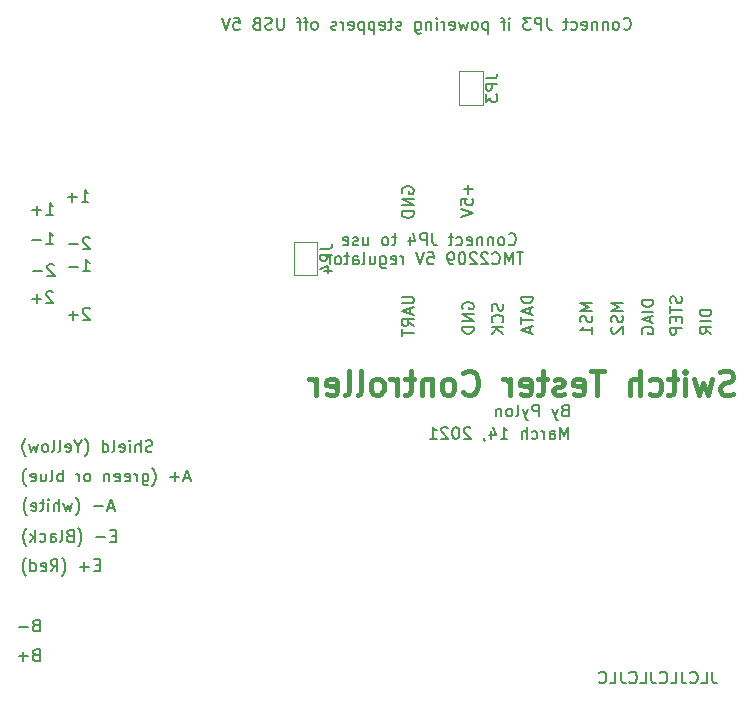
<source format=gbr>
%TF.GenerationSoftware,KiCad,Pcbnew,(5.99.0-9519-ga70106a3bd)*%
%TF.CreationDate,2021-04-17T12:18:36-04:00*%
%TF.ProjectId,Main-PCB,4d61696e-2d50-4434-922e-6b696361645f,rev?*%
%TF.SameCoordinates,Original*%
%TF.FileFunction,Legend,Bot*%
%TF.FilePolarity,Positive*%
%FSLAX46Y46*%
G04 Gerber Fmt 4.6, Leading zero omitted, Abs format (unit mm)*
G04 Created by KiCad (PCBNEW (5.99.0-9519-ga70106a3bd)) date 2021-04-17 12:18:36*
%MOMM*%
%LPD*%
G01*
G04 APERTURE LIST*
%ADD10C,0.150000*%
%ADD11C,0.400000*%
%ADD12C,0.120000*%
G04 APERTURE END LIST*
D10*
X60804761Y-24480952D02*
X60852380Y-24623809D01*
X60852380Y-24861904D01*
X60804761Y-24957142D01*
X60757142Y-25004761D01*
X60661904Y-25052380D01*
X60566666Y-25052380D01*
X60471428Y-25004761D01*
X60423809Y-24957142D01*
X60376190Y-24861904D01*
X60328571Y-24671428D01*
X60280952Y-24576190D01*
X60233333Y-24528571D01*
X60138095Y-24480952D01*
X60042857Y-24480952D01*
X59947619Y-24528571D01*
X59900000Y-24576190D01*
X59852380Y-24671428D01*
X59852380Y-24909523D01*
X59900000Y-25052380D01*
X59852380Y-25338095D02*
X59852380Y-25909523D01*
X60852380Y-25623809D02*
X59852380Y-25623809D01*
X60328571Y-26242857D02*
X60328571Y-26576190D01*
X60852380Y-26719047D02*
X60852380Y-26242857D01*
X59852380Y-26242857D01*
X59852380Y-26719047D01*
X60852380Y-27147619D02*
X59852380Y-27147619D01*
X59852380Y-27528571D01*
X59900000Y-27623809D01*
X59947619Y-27671428D01*
X60042857Y-27719047D01*
X60185714Y-27719047D01*
X60280952Y-27671428D01*
X60328571Y-27623809D01*
X60376190Y-27528571D01*
X60376190Y-27147619D01*
X10133333Y-22352380D02*
X10704761Y-22352380D01*
X10419047Y-22352380D02*
X10419047Y-21352380D01*
X10514285Y-21495238D01*
X10609523Y-21590476D01*
X10704761Y-21638095D01*
X9704761Y-21971428D02*
X8942857Y-21971428D01*
X58452380Y-24771428D02*
X57452380Y-24771428D01*
X57452380Y-25009523D01*
X57500000Y-25152380D01*
X57595238Y-25247619D01*
X57690476Y-25295238D01*
X57880952Y-25342857D01*
X58023809Y-25342857D01*
X58214285Y-25295238D01*
X58309523Y-25247619D01*
X58404761Y-25152380D01*
X58452380Y-25009523D01*
X58452380Y-24771428D01*
X58452380Y-25771428D02*
X57452380Y-25771428D01*
X58166666Y-26200000D02*
X58166666Y-26676190D01*
X58452380Y-26104761D02*
X57452380Y-26438095D01*
X58452380Y-26771428D01*
X57500000Y-27628571D02*
X57452380Y-27533333D01*
X57452380Y-27390476D01*
X57500000Y-27247619D01*
X57595238Y-27152380D01*
X57690476Y-27104761D01*
X57880952Y-27057142D01*
X58023809Y-27057142D01*
X58214285Y-27104761D01*
X58309523Y-27152380D01*
X58404761Y-27247619D01*
X58452380Y-27390476D01*
X58452380Y-27485714D01*
X58404761Y-27628571D01*
X58357142Y-27676190D01*
X58023809Y-27676190D01*
X58023809Y-27485714D01*
X45704761Y-25114285D02*
X45752380Y-25257142D01*
X45752380Y-25495238D01*
X45704761Y-25590476D01*
X45657142Y-25638095D01*
X45561904Y-25685714D01*
X45466666Y-25685714D01*
X45371428Y-25638095D01*
X45323809Y-25590476D01*
X45276190Y-25495238D01*
X45228571Y-25304761D01*
X45180952Y-25209523D01*
X45133333Y-25161904D01*
X45038095Y-25114285D01*
X44942857Y-25114285D01*
X44847619Y-25161904D01*
X44800000Y-25209523D01*
X44752380Y-25304761D01*
X44752380Y-25542857D01*
X44800000Y-25685714D01*
X45657142Y-26685714D02*
X45704761Y-26638095D01*
X45752380Y-26495238D01*
X45752380Y-26400000D01*
X45704761Y-26257142D01*
X45609523Y-26161904D01*
X45514285Y-26114285D01*
X45323809Y-26066666D01*
X45180952Y-26066666D01*
X44990476Y-26114285D01*
X44895238Y-26161904D01*
X44800000Y-26257142D01*
X44752380Y-26400000D01*
X44752380Y-26495238D01*
X44800000Y-26638095D01*
X44847619Y-26685714D01*
X45752380Y-27114285D02*
X44752380Y-27114285D01*
X45752380Y-27685714D02*
X45180952Y-27257142D01*
X44752380Y-27685714D02*
X45323809Y-27114285D01*
X7033333Y-17552380D02*
X7604761Y-17552380D01*
X7319047Y-17552380D02*
X7319047Y-16552380D01*
X7414285Y-16695238D01*
X7509523Y-16790476D01*
X7604761Y-16838095D01*
X6604761Y-17171428D02*
X5842857Y-17171428D01*
X6223809Y-17552380D02*
X6223809Y-16790476D01*
D11*
X65219047Y-32709523D02*
X64933333Y-32804761D01*
X64457142Y-32804761D01*
X64266666Y-32709523D01*
X64171428Y-32614285D01*
X64076190Y-32423809D01*
X64076190Y-32233333D01*
X64171428Y-32042857D01*
X64266666Y-31947619D01*
X64457142Y-31852380D01*
X64838095Y-31757142D01*
X65028571Y-31661904D01*
X65123809Y-31566666D01*
X65219047Y-31376190D01*
X65219047Y-31185714D01*
X65123809Y-30995238D01*
X65028571Y-30900000D01*
X64838095Y-30804761D01*
X64361904Y-30804761D01*
X64076190Y-30900000D01*
X63409523Y-31471428D02*
X63028571Y-32804761D01*
X62647619Y-31852380D01*
X62266666Y-32804761D01*
X61885714Y-31471428D01*
X61123809Y-32804761D02*
X61123809Y-31471428D01*
X61123809Y-30804761D02*
X61219047Y-30900000D01*
X61123809Y-30995238D01*
X61028571Y-30900000D01*
X61123809Y-30804761D01*
X61123809Y-30995238D01*
X60457142Y-31471428D02*
X59695238Y-31471428D01*
X60171428Y-30804761D02*
X60171428Y-32519047D01*
X60076190Y-32709523D01*
X59885714Y-32804761D01*
X59695238Y-32804761D01*
X58171428Y-32709523D02*
X58361904Y-32804761D01*
X58742857Y-32804761D01*
X58933333Y-32709523D01*
X59028571Y-32614285D01*
X59123809Y-32423809D01*
X59123809Y-31852380D01*
X59028571Y-31661904D01*
X58933333Y-31566666D01*
X58742857Y-31471428D01*
X58361904Y-31471428D01*
X58171428Y-31566666D01*
X57314285Y-32804761D02*
X57314285Y-30804761D01*
X56457142Y-32804761D02*
X56457142Y-31757142D01*
X56552380Y-31566666D01*
X56742857Y-31471428D01*
X57028571Y-31471428D01*
X57219047Y-31566666D01*
X57314285Y-31661904D01*
X54266666Y-30804761D02*
X53123809Y-30804761D01*
X53695238Y-32804761D02*
X53695238Y-30804761D01*
X51695238Y-32709523D02*
X51885714Y-32804761D01*
X52266666Y-32804761D01*
X52457142Y-32709523D01*
X52552380Y-32519047D01*
X52552380Y-31757142D01*
X52457142Y-31566666D01*
X52266666Y-31471428D01*
X51885714Y-31471428D01*
X51695238Y-31566666D01*
X51600000Y-31757142D01*
X51600000Y-31947619D01*
X52552380Y-32138095D01*
X50838095Y-32709523D02*
X50647619Y-32804761D01*
X50266666Y-32804761D01*
X50076190Y-32709523D01*
X49980952Y-32519047D01*
X49980952Y-32423809D01*
X50076190Y-32233333D01*
X50266666Y-32138095D01*
X50552380Y-32138095D01*
X50742857Y-32042857D01*
X50838095Y-31852380D01*
X50838095Y-31757142D01*
X50742857Y-31566666D01*
X50552380Y-31471428D01*
X50266666Y-31471428D01*
X50076190Y-31566666D01*
X49409523Y-31471428D02*
X48647619Y-31471428D01*
X49123809Y-30804761D02*
X49123809Y-32519047D01*
X49028571Y-32709523D01*
X48838095Y-32804761D01*
X48647619Y-32804761D01*
X47219047Y-32709523D02*
X47409523Y-32804761D01*
X47790476Y-32804761D01*
X47980952Y-32709523D01*
X48076190Y-32519047D01*
X48076190Y-31757142D01*
X47980952Y-31566666D01*
X47790476Y-31471428D01*
X47409523Y-31471428D01*
X47219047Y-31566666D01*
X47123809Y-31757142D01*
X47123809Y-31947619D01*
X48076190Y-32138095D01*
X46266666Y-32804761D02*
X46266666Y-31471428D01*
X46266666Y-31852380D02*
X46171428Y-31661904D01*
X46076190Y-31566666D01*
X45885714Y-31471428D01*
X45695238Y-31471428D01*
X42361904Y-32614285D02*
X42457142Y-32709523D01*
X42742857Y-32804761D01*
X42933333Y-32804761D01*
X43219047Y-32709523D01*
X43409523Y-32519047D01*
X43504761Y-32328571D01*
X43600000Y-31947619D01*
X43600000Y-31661904D01*
X43504761Y-31280952D01*
X43409523Y-31090476D01*
X43219047Y-30900000D01*
X42933333Y-30804761D01*
X42742857Y-30804761D01*
X42457142Y-30900000D01*
X42361904Y-30995238D01*
X41219047Y-32804761D02*
X41409523Y-32709523D01*
X41504761Y-32614285D01*
X41600000Y-32423809D01*
X41600000Y-31852380D01*
X41504761Y-31661904D01*
X41409523Y-31566666D01*
X41219047Y-31471428D01*
X40933333Y-31471428D01*
X40742857Y-31566666D01*
X40647619Y-31661904D01*
X40552380Y-31852380D01*
X40552380Y-32423809D01*
X40647619Y-32614285D01*
X40742857Y-32709523D01*
X40933333Y-32804761D01*
X41219047Y-32804761D01*
X39695238Y-31471428D02*
X39695238Y-32804761D01*
X39695238Y-31661904D02*
X39600000Y-31566666D01*
X39409523Y-31471428D01*
X39123809Y-31471428D01*
X38933333Y-31566666D01*
X38838095Y-31757142D01*
X38838095Y-32804761D01*
X38171428Y-31471428D02*
X37409523Y-31471428D01*
X37885714Y-30804761D02*
X37885714Y-32519047D01*
X37790476Y-32709523D01*
X37600000Y-32804761D01*
X37409523Y-32804761D01*
X36742857Y-32804761D02*
X36742857Y-31471428D01*
X36742857Y-31852380D02*
X36647619Y-31661904D01*
X36552380Y-31566666D01*
X36361904Y-31471428D01*
X36171428Y-31471428D01*
X35219047Y-32804761D02*
X35409523Y-32709523D01*
X35504761Y-32614285D01*
X35600000Y-32423809D01*
X35600000Y-31852380D01*
X35504761Y-31661904D01*
X35409523Y-31566666D01*
X35219047Y-31471428D01*
X34933333Y-31471428D01*
X34742857Y-31566666D01*
X34647619Y-31661904D01*
X34552380Y-31852380D01*
X34552380Y-32423809D01*
X34647619Y-32614285D01*
X34742857Y-32709523D01*
X34933333Y-32804761D01*
X35219047Y-32804761D01*
X33409523Y-32804761D02*
X33600000Y-32709523D01*
X33695238Y-32519047D01*
X33695238Y-30804761D01*
X32361904Y-32804761D02*
X32552380Y-32709523D01*
X32647619Y-32519047D01*
X32647619Y-30804761D01*
X30838095Y-32709523D02*
X31028571Y-32804761D01*
X31409523Y-32804761D01*
X31600000Y-32709523D01*
X31695238Y-32519047D01*
X31695238Y-31757142D01*
X31600000Y-31566666D01*
X31409523Y-31471428D01*
X31028571Y-31471428D01*
X30838095Y-31566666D01*
X30742857Y-31757142D01*
X30742857Y-31947619D01*
X31695238Y-32138095D01*
X29885714Y-32804761D02*
X29885714Y-31471428D01*
X29885714Y-31852380D02*
X29790476Y-31661904D01*
X29695238Y-31566666D01*
X29504761Y-31471428D01*
X29314285Y-31471428D01*
D10*
X55852380Y-25014285D02*
X54852380Y-25014285D01*
X55566666Y-25347619D01*
X54852380Y-25680952D01*
X55852380Y-25680952D01*
X55804761Y-26109523D02*
X55852380Y-26252380D01*
X55852380Y-26490476D01*
X55804761Y-26585714D01*
X55757142Y-26633333D01*
X55661904Y-26680952D01*
X55566666Y-26680952D01*
X55471428Y-26633333D01*
X55423809Y-26585714D01*
X55376190Y-26490476D01*
X55328571Y-26300000D01*
X55280952Y-26204761D01*
X55233333Y-26157142D01*
X55138095Y-26109523D01*
X55042857Y-26109523D01*
X54947619Y-26157142D01*
X54900000Y-26204761D01*
X54852380Y-26300000D01*
X54852380Y-26538095D01*
X54900000Y-26680952D01*
X54947619Y-27061904D02*
X54900000Y-27109523D01*
X54852380Y-27204761D01*
X54852380Y-27442857D01*
X54900000Y-27538095D01*
X54947619Y-27585714D01*
X55042857Y-27633333D01*
X55138095Y-27633333D01*
X55280952Y-27585714D01*
X55852380Y-27014285D01*
X55852380Y-27633333D01*
X48252380Y-24500000D02*
X47252380Y-24500000D01*
X47252380Y-24738095D01*
X47300000Y-24880952D01*
X47395238Y-24976190D01*
X47490476Y-25023809D01*
X47680952Y-25071428D01*
X47823809Y-25071428D01*
X48014285Y-25023809D01*
X48109523Y-24976190D01*
X48204761Y-24880952D01*
X48252380Y-24738095D01*
X48252380Y-24500000D01*
X47966666Y-25452380D02*
X47966666Y-25928571D01*
X48252380Y-25357142D02*
X47252380Y-25690476D01*
X48252380Y-26023809D01*
X47252380Y-26214285D02*
X47252380Y-26785714D01*
X48252380Y-26500000D02*
X47252380Y-26500000D01*
X47966666Y-27071428D02*
X47966666Y-27547619D01*
X48252380Y-26976190D02*
X47252380Y-27309523D01*
X48252380Y-27642857D01*
X50938095Y-34128571D02*
X50795238Y-34176190D01*
X50747619Y-34223809D01*
X50700000Y-34319047D01*
X50700000Y-34461904D01*
X50747619Y-34557142D01*
X50795238Y-34604761D01*
X50890476Y-34652380D01*
X51271428Y-34652380D01*
X51271428Y-33652380D01*
X50938095Y-33652380D01*
X50842857Y-33700000D01*
X50795238Y-33747619D01*
X50747619Y-33842857D01*
X50747619Y-33938095D01*
X50795238Y-34033333D01*
X50842857Y-34080952D01*
X50938095Y-34128571D01*
X51271428Y-34128571D01*
X50366666Y-33985714D02*
X50128571Y-34652380D01*
X49890476Y-33985714D02*
X50128571Y-34652380D01*
X50223809Y-34890476D01*
X50271428Y-34938095D01*
X50366666Y-34985714D01*
X48747619Y-34652380D02*
X48747619Y-33652380D01*
X48366666Y-33652380D01*
X48271428Y-33700000D01*
X48223809Y-33747619D01*
X48176190Y-33842857D01*
X48176190Y-33985714D01*
X48223809Y-34080952D01*
X48271428Y-34128571D01*
X48366666Y-34176190D01*
X48747619Y-34176190D01*
X47842857Y-33985714D02*
X47604761Y-34652380D01*
X47366666Y-33985714D02*
X47604761Y-34652380D01*
X47700000Y-34890476D01*
X47747619Y-34938095D01*
X47842857Y-34985714D01*
X46842857Y-34652380D02*
X46938095Y-34604761D01*
X46985714Y-34509523D01*
X46985714Y-33652380D01*
X46319047Y-34652380D02*
X46414285Y-34604761D01*
X46461904Y-34557142D01*
X46509523Y-34461904D01*
X46509523Y-34176190D01*
X46461904Y-34080952D01*
X46414285Y-34033333D01*
X46319047Y-33985714D01*
X46176190Y-33985714D01*
X46080952Y-34033333D01*
X46033333Y-34080952D01*
X45985714Y-34176190D01*
X45985714Y-34461904D01*
X46033333Y-34557142D01*
X46080952Y-34604761D01*
X46176190Y-34652380D01*
X46319047Y-34652380D01*
X45557142Y-33985714D02*
X45557142Y-34652380D01*
X45557142Y-34080952D02*
X45509523Y-34033333D01*
X45414285Y-33985714D01*
X45271428Y-33985714D01*
X45176190Y-34033333D01*
X45128571Y-34128571D01*
X45128571Y-34652380D01*
X53252380Y-25014285D02*
X52252380Y-25014285D01*
X52966666Y-25347619D01*
X52252380Y-25680952D01*
X53252380Y-25680952D01*
X53204761Y-26109523D02*
X53252380Y-26252380D01*
X53252380Y-26490476D01*
X53204761Y-26585714D01*
X53157142Y-26633333D01*
X53061904Y-26680952D01*
X52966666Y-26680952D01*
X52871428Y-26633333D01*
X52823809Y-26585714D01*
X52776190Y-26490476D01*
X52728571Y-26300000D01*
X52680952Y-26204761D01*
X52633333Y-26157142D01*
X52538095Y-26109523D01*
X52442857Y-26109523D01*
X52347619Y-26157142D01*
X52300000Y-26204761D01*
X52252380Y-26300000D01*
X52252380Y-26538095D01*
X52300000Y-26680952D01*
X53252380Y-27633333D02*
X53252380Y-27061904D01*
X53252380Y-27347619D02*
X52252380Y-27347619D01*
X52395238Y-27252380D01*
X52490476Y-27157142D01*
X52538095Y-27061904D01*
X10704761Y-25547619D02*
X10657142Y-25500000D01*
X10561904Y-25452380D01*
X10323809Y-25452380D01*
X10228571Y-25500000D01*
X10180952Y-25547619D01*
X10133333Y-25642857D01*
X10133333Y-25738095D01*
X10180952Y-25880952D01*
X10752380Y-26452380D01*
X10133333Y-26452380D01*
X9704761Y-26071428D02*
X8942857Y-26071428D01*
X9323809Y-26452380D02*
X9323809Y-25690476D01*
X46195238Y-20052142D02*
X46242857Y-20099761D01*
X46385714Y-20147380D01*
X46480952Y-20147380D01*
X46623809Y-20099761D01*
X46719047Y-20004523D01*
X46766666Y-19909285D01*
X46814285Y-19718809D01*
X46814285Y-19575952D01*
X46766666Y-19385476D01*
X46719047Y-19290238D01*
X46623809Y-19195000D01*
X46480952Y-19147380D01*
X46385714Y-19147380D01*
X46242857Y-19195000D01*
X46195238Y-19242619D01*
X45623809Y-20147380D02*
X45719047Y-20099761D01*
X45766666Y-20052142D01*
X45814285Y-19956904D01*
X45814285Y-19671190D01*
X45766666Y-19575952D01*
X45719047Y-19528333D01*
X45623809Y-19480714D01*
X45480952Y-19480714D01*
X45385714Y-19528333D01*
X45338095Y-19575952D01*
X45290476Y-19671190D01*
X45290476Y-19956904D01*
X45338095Y-20052142D01*
X45385714Y-20099761D01*
X45480952Y-20147380D01*
X45623809Y-20147380D01*
X44861904Y-19480714D02*
X44861904Y-20147380D01*
X44861904Y-19575952D02*
X44814285Y-19528333D01*
X44719047Y-19480714D01*
X44576190Y-19480714D01*
X44480952Y-19528333D01*
X44433333Y-19623571D01*
X44433333Y-20147380D01*
X43957142Y-19480714D02*
X43957142Y-20147380D01*
X43957142Y-19575952D02*
X43909523Y-19528333D01*
X43814285Y-19480714D01*
X43671428Y-19480714D01*
X43576190Y-19528333D01*
X43528571Y-19623571D01*
X43528571Y-20147380D01*
X42671428Y-20099761D02*
X42766666Y-20147380D01*
X42957142Y-20147380D01*
X43052380Y-20099761D01*
X43100000Y-20004523D01*
X43100000Y-19623571D01*
X43052380Y-19528333D01*
X42957142Y-19480714D01*
X42766666Y-19480714D01*
X42671428Y-19528333D01*
X42623809Y-19623571D01*
X42623809Y-19718809D01*
X43100000Y-19814047D01*
X41766666Y-20099761D02*
X41861904Y-20147380D01*
X42052380Y-20147380D01*
X42147619Y-20099761D01*
X42195238Y-20052142D01*
X42242857Y-19956904D01*
X42242857Y-19671190D01*
X42195238Y-19575952D01*
X42147619Y-19528333D01*
X42052380Y-19480714D01*
X41861904Y-19480714D01*
X41766666Y-19528333D01*
X41480952Y-19480714D02*
X41100000Y-19480714D01*
X41338095Y-19147380D02*
X41338095Y-20004523D01*
X41290476Y-20099761D01*
X41195238Y-20147380D01*
X41100000Y-20147380D01*
X39719047Y-19147380D02*
X39719047Y-19861666D01*
X39766666Y-20004523D01*
X39861904Y-20099761D01*
X40004761Y-20147380D01*
X40100000Y-20147380D01*
X39242857Y-20147380D02*
X39242857Y-19147380D01*
X38861904Y-19147380D01*
X38766666Y-19195000D01*
X38719047Y-19242619D01*
X38671428Y-19337857D01*
X38671428Y-19480714D01*
X38719047Y-19575952D01*
X38766666Y-19623571D01*
X38861904Y-19671190D01*
X39242857Y-19671190D01*
X37814285Y-19480714D02*
X37814285Y-20147380D01*
X38052380Y-19099761D02*
X38290476Y-19814047D01*
X37671428Y-19814047D01*
X36671428Y-19480714D02*
X36290476Y-19480714D01*
X36528571Y-19147380D02*
X36528571Y-20004523D01*
X36480952Y-20099761D01*
X36385714Y-20147380D01*
X36290476Y-20147380D01*
X35814285Y-20147380D02*
X35909523Y-20099761D01*
X35957142Y-20052142D01*
X36004761Y-19956904D01*
X36004761Y-19671190D01*
X35957142Y-19575952D01*
X35909523Y-19528333D01*
X35814285Y-19480714D01*
X35671428Y-19480714D01*
X35576190Y-19528333D01*
X35528571Y-19575952D01*
X35480952Y-19671190D01*
X35480952Y-19956904D01*
X35528571Y-20052142D01*
X35576190Y-20099761D01*
X35671428Y-20147380D01*
X35814285Y-20147380D01*
X33861904Y-19480714D02*
X33861904Y-20147380D01*
X34290476Y-19480714D02*
X34290476Y-20004523D01*
X34242857Y-20099761D01*
X34147619Y-20147380D01*
X34004761Y-20147380D01*
X33909523Y-20099761D01*
X33861904Y-20052142D01*
X33433333Y-20099761D02*
X33338095Y-20147380D01*
X33147619Y-20147380D01*
X33052380Y-20099761D01*
X33004761Y-20004523D01*
X33004761Y-19956904D01*
X33052380Y-19861666D01*
X33147619Y-19814047D01*
X33290476Y-19814047D01*
X33385714Y-19766428D01*
X33433333Y-19671190D01*
X33433333Y-19623571D01*
X33385714Y-19528333D01*
X33290476Y-19480714D01*
X33147619Y-19480714D01*
X33052380Y-19528333D01*
X32195238Y-20099761D02*
X32290476Y-20147380D01*
X32480952Y-20147380D01*
X32576190Y-20099761D01*
X32623809Y-20004523D01*
X32623809Y-19623571D01*
X32576190Y-19528333D01*
X32480952Y-19480714D01*
X32290476Y-19480714D01*
X32195238Y-19528333D01*
X32147619Y-19623571D01*
X32147619Y-19718809D01*
X32623809Y-19814047D01*
X47433333Y-20757380D02*
X46861904Y-20757380D01*
X47147619Y-21757380D02*
X47147619Y-20757380D01*
X46528571Y-21757380D02*
X46528571Y-20757380D01*
X46195238Y-21471666D01*
X45861904Y-20757380D01*
X45861904Y-21757380D01*
X44814285Y-21662142D02*
X44861904Y-21709761D01*
X45004761Y-21757380D01*
X45100000Y-21757380D01*
X45242857Y-21709761D01*
X45338095Y-21614523D01*
X45385714Y-21519285D01*
X45433333Y-21328809D01*
X45433333Y-21185952D01*
X45385714Y-20995476D01*
X45338095Y-20900238D01*
X45242857Y-20805000D01*
X45100000Y-20757380D01*
X45004761Y-20757380D01*
X44861904Y-20805000D01*
X44814285Y-20852619D01*
X44433333Y-20852619D02*
X44385714Y-20805000D01*
X44290476Y-20757380D01*
X44052380Y-20757380D01*
X43957142Y-20805000D01*
X43909523Y-20852619D01*
X43861904Y-20947857D01*
X43861904Y-21043095D01*
X43909523Y-21185952D01*
X44480952Y-21757380D01*
X43861904Y-21757380D01*
X43480952Y-20852619D02*
X43433333Y-20805000D01*
X43338095Y-20757380D01*
X43100000Y-20757380D01*
X43004761Y-20805000D01*
X42957142Y-20852619D01*
X42909523Y-20947857D01*
X42909523Y-21043095D01*
X42957142Y-21185952D01*
X43528571Y-21757380D01*
X42909523Y-21757380D01*
X42290476Y-20757380D02*
X42195238Y-20757380D01*
X42100000Y-20805000D01*
X42052380Y-20852619D01*
X42004761Y-20947857D01*
X41957142Y-21138333D01*
X41957142Y-21376428D01*
X42004761Y-21566904D01*
X42052380Y-21662142D01*
X42100000Y-21709761D01*
X42195238Y-21757380D01*
X42290476Y-21757380D01*
X42385714Y-21709761D01*
X42433333Y-21662142D01*
X42480952Y-21566904D01*
X42528571Y-21376428D01*
X42528571Y-21138333D01*
X42480952Y-20947857D01*
X42433333Y-20852619D01*
X42385714Y-20805000D01*
X42290476Y-20757380D01*
X41480952Y-21757380D02*
X41290476Y-21757380D01*
X41195238Y-21709761D01*
X41147619Y-21662142D01*
X41052380Y-21519285D01*
X41004761Y-21328809D01*
X41004761Y-20947857D01*
X41052380Y-20852619D01*
X41100000Y-20805000D01*
X41195238Y-20757380D01*
X41385714Y-20757380D01*
X41480952Y-20805000D01*
X41528571Y-20852619D01*
X41576190Y-20947857D01*
X41576190Y-21185952D01*
X41528571Y-21281190D01*
X41480952Y-21328809D01*
X41385714Y-21376428D01*
X41195238Y-21376428D01*
X41100000Y-21328809D01*
X41052380Y-21281190D01*
X41004761Y-21185952D01*
X39338095Y-20757380D02*
X39814285Y-20757380D01*
X39861904Y-21233571D01*
X39814285Y-21185952D01*
X39719047Y-21138333D01*
X39480952Y-21138333D01*
X39385714Y-21185952D01*
X39338095Y-21233571D01*
X39290476Y-21328809D01*
X39290476Y-21566904D01*
X39338095Y-21662142D01*
X39385714Y-21709761D01*
X39480952Y-21757380D01*
X39719047Y-21757380D01*
X39814285Y-21709761D01*
X39861904Y-21662142D01*
X39004761Y-20757380D02*
X38671428Y-21757380D01*
X38338095Y-20757380D01*
X37242857Y-21757380D02*
X37242857Y-21090714D01*
X37242857Y-21281190D02*
X37195238Y-21185952D01*
X37147619Y-21138333D01*
X37052380Y-21090714D01*
X36957142Y-21090714D01*
X36242857Y-21709761D02*
X36338095Y-21757380D01*
X36528571Y-21757380D01*
X36623809Y-21709761D01*
X36671428Y-21614523D01*
X36671428Y-21233571D01*
X36623809Y-21138333D01*
X36528571Y-21090714D01*
X36338095Y-21090714D01*
X36242857Y-21138333D01*
X36195238Y-21233571D01*
X36195238Y-21328809D01*
X36671428Y-21424047D01*
X35338095Y-21090714D02*
X35338095Y-21900238D01*
X35385714Y-21995476D01*
X35433333Y-22043095D01*
X35528571Y-22090714D01*
X35671428Y-22090714D01*
X35766666Y-22043095D01*
X35338095Y-21709761D02*
X35433333Y-21757380D01*
X35623809Y-21757380D01*
X35719047Y-21709761D01*
X35766666Y-21662142D01*
X35814285Y-21566904D01*
X35814285Y-21281190D01*
X35766666Y-21185952D01*
X35719047Y-21138333D01*
X35623809Y-21090714D01*
X35433333Y-21090714D01*
X35338095Y-21138333D01*
X34433333Y-21090714D02*
X34433333Y-21757380D01*
X34861904Y-21090714D02*
X34861904Y-21614523D01*
X34814285Y-21709761D01*
X34719047Y-21757380D01*
X34576190Y-21757380D01*
X34480952Y-21709761D01*
X34433333Y-21662142D01*
X33814285Y-21757380D02*
X33909523Y-21709761D01*
X33957142Y-21614523D01*
X33957142Y-20757380D01*
X33004761Y-21757380D02*
X33004761Y-21233571D01*
X33052380Y-21138333D01*
X33147619Y-21090714D01*
X33338095Y-21090714D01*
X33433333Y-21138333D01*
X33004761Y-21709761D02*
X33100000Y-21757380D01*
X33338095Y-21757380D01*
X33433333Y-21709761D01*
X33480952Y-21614523D01*
X33480952Y-21519285D01*
X33433333Y-21424047D01*
X33338095Y-21376428D01*
X33100000Y-21376428D01*
X33004761Y-21328809D01*
X32671428Y-21090714D02*
X32290476Y-21090714D01*
X32528571Y-20757380D02*
X32528571Y-21614523D01*
X32480952Y-21709761D01*
X32385714Y-21757380D01*
X32290476Y-21757380D01*
X31814285Y-21757380D02*
X31909523Y-21709761D01*
X31957142Y-21662142D01*
X32004761Y-21566904D01*
X32004761Y-21281190D01*
X31957142Y-21185952D01*
X31909523Y-21138333D01*
X31814285Y-21090714D01*
X31671428Y-21090714D01*
X31576190Y-21138333D01*
X31528571Y-21185952D01*
X31480952Y-21281190D01*
X31480952Y-21566904D01*
X31528571Y-21662142D01*
X31576190Y-21709761D01*
X31671428Y-21757380D01*
X31814285Y-21757380D01*
X31052380Y-21757380D02*
X31052380Y-21090714D01*
X31052380Y-21281190D02*
X31004761Y-21185952D01*
X30957142Y-21138333D01*
X30861904Y-21090714D01*
X30766666Y-21090714D01*
X37152380Y-24504761D02*
X37961904Y-24504761D01*
X38057142Y-24552380D01*
X38104761Y-24600000D01*
X38152380Y-24695238D01*
X38152380Y-24885714D01*
X38104761Y-24980952D01*
X38057142Y-25028571D01*
X37961904Y-25076190D01*
X37152380Y-25076190D01*
X37866666Y-25504761D02*
X37866666Y-25980952D01*
X38152380Y-25409523D02*
X37152380Y-25742857D01*
X38152380Y-26076190D01*
X38152380Y-26980952D02*
X37676190Y-26647619D01*
X38152380Y-26409523D02*
X37152380Y-26409523D01*
X37152380Y-26790476D01*
X37200000Y-26885714D01*
X37247619Y-26933333D01*
X37342857Y-26980952D01*
X37485714Y-26980952D01*
X37580952Y-26933333D01*
X37628571Y-26885714D01*
X37676190Y-26790476D01*
X37676190Y-26409523D01*
X37152380Y-27266666D02*
X37152380Y-27838095D01*
X38152380Y-27552380D02*
X37152380Y-27552380D01*
X42771428Y-15014285D02*
X42771428Y-15776190D01*
X43152380Y-15395238D02*
X42390476Y-15395238D01*
X42152380Y-16728571D02*
X42152380Y-16252380D01*
X42628571Y-16204761D01*
X42580952Y-16252380D01*
X42533333Y-16347619D01*
X42533333Y-16585714D01*
X42580952Y-16680952D01*
X42628571Y-16728571D01*
X42723809Y-16776190D01*
X42961904Y-16776190D01*
X43057142Y-16728571D01*
X43104761Y-16680952D01*
X43152380Y-16585714D01*
X43152380Y-16347619D01*
X43104761Y-16252380D01*
X43057142Y-16204761D01*
X42152380Y-17061904D02*
X43152380Y-17395238D01*
X42152380Y-17728571D01*
X6147619Y-54828571D02*
X6004761Y-54876190D01*
X5957142Y-54923809D01*
X5909523Y-55019047D01*
X5909523Y-55161904D01*
X5957142Y-55257142D01*
X6004761Y-55304761D01*
X6100000Y-55352380D01*
X6480952Y-55352380D01*
X6480952Y-54352380D01*
X6147619Y-54352380D01*
X6052380Y-54400000D01*
X6004761Y-54447619D01*
X5957142Y-54542857D01*
X5957142Y-54638095D01*
X6004761Y-54733333D01*
X6052380Y-54780952D01*
X6147619Y-54828571D01*
X6480952Y-54828571D01*
X5480952Y-54971428D02*
X4719047Y-54971428D01*
X5100000Y-55352380D02*
X5100000Y-54590476D01*
X63352380Y-25600000D02*
X62352380Y-25600000D01*
X62352380Y-25838095D01*
X62400000Y-25980952D01*
X62495238Y-26076190D01*
X62590476Y-26123809D01*
X62780952Y-26171428D01*
X62923809Y-26171428D01*
X63114285Y-26123809D01*
X63209523Y-26076190D01*
X63304761Y-25980952D01*
X63352380Y-25838095D01*
X63352380Y-25600000D01*
X63352380Y-26600000D02*
X62352380Y-26600000D01*
X63352380Y-27647619D02*
X62876190Y-27314285D01*
X63352380Y-27076190D02*
X62352380Y-27076190D01*
X62352380Y-27457142D01*
X62400000Y-27552380D01*
X62447619Y-27600000D01*
X62542857Y-27647619D01*
X62685714Y-27647619D01*
X62780952Y-27600000D01*
X62828571Y-27552380D01*
X62876190Y-27457142D01*
X62876190Y-27076190D01*
X11561904Y-47228571D02*
X11228571Y-47228571D01*
X11085714Y-47752380D02*
X11561904Y-47752380D01*
X11561904Y-46752380D01*
X11085714Y-46752380D01*
X10657142Y-47371428D02*
X9895238Y-47371428D01*
X10276190Y-47752380D02*
X10276190Y-46990476D01*
X8371428Y-48133333D02*
X8419047Y-48085714D01*
X8514285Y-47942857D01*
X8561904Y-47847619D01*
X8609523Y-47704761D01*
X8657142Y-47466666D01*
X8657142Y-47276190D01*
X8609523Y-47038095D01*
X8561904Y-46895238D01*
X8514285Y-46800000D01*
X8419047Y-46657142D01*
X8371428Y-46609523D01*
X7419047Y-47752380D02*
X7752380Y-47276190D01*
X7990476Y-47752380D02*
X7990476Y-46752380D01*
X7609523Y-46752380D01*
X7514285Y-46800000D01*
X7466666Y-46847619D01*
X7419047Y-46942857D01*
X7419047Y-47085714D01*
X7466666Y-47180952D01*
X7514285Y-47228571D01*
X7609523Y-47276190D01*
X7990476Y-47276190D01*
X6609523Y-47704761D02*
X6704761Y-47752380D01*
X6895238Y-47752380D01*
X6990476Y-47704761D01*
X7038095Y-47609523D01*
X7038095Y-47228571D01*
X6990476Y-47133333D01*
X6895238Y-47085714D01*
X6704761Y-47085714D01*
X6609523Y-47133333D01*
X6561904Y-47228571D01*
X6561904Y-47323809D01*
X7038095Y-47419047D01*
X5704761Y-47752380D02*
X5704761Y-46752380D01*
X5704761Y-47704761D02*
X5799999Y-47752380D01*
X5990476Y-47752380D01*
X6085714Y-47704761D01*
X6133333Y-47657142D01*
X6180952Y-47561904D01*
X6180952Y-47276190D01*
X6133333Y-47180952D01*
X6085714Y-47133333D01*
X5990476Y-47085714D01*
X5799999Y-47085714D01*
X5704761Y-47133333D01*
X5323809Y-48133333D02*
X5276190Y-48085714D01*
X5180952Y-47942857D01*
X5133333Y-47847619D01*
X5085714Y-47704761D01*
X5038095Y-47466666D01*
X5038095Y-47276190D01*
X5085714Y-47038095D01*
X5133333Y-46895238D01*
X5180952Y-46800000D01*
X5276190Y-46657142D01*
X5323809Y-46609523D01*
X19195238Y-39866666D02*
X18719047Y-39866666D01*
X19290476Y-40152380D02*
X18957142Y-39152380D01*
X18623809Y-40152380D01*
X18290476Y-39771428D02*
X17528571Y-39771428D01*
X17909523Y-40152380D02*
X17909523Y-39390476D01*
X16004761Y-40533333D02*
X16052380Y-40485714D01*
X16147619Y-40342857D01*
X16195238Y-40247619D01*
X16242857Y-40104761D01*
X16290476Y-39866666D01*
X16290476Y-39676190D01*
X16242857Y-39438095D01*
X16195238Y-39295238D01*
X16147619Y-39200000D01*
X16052380Y-39057142D01*
X16004761Y-39009523D01*
X15195238Y-39485714D02*
X15195238Y-40295238D01*
X15242857Y-40390476D01*
X15290476Y-40438095D01*
X15385714Y-40485714D01*
X15528571Y-40485714D01*
X15623809Y-40438095D01*
X15195238Y-40104761D02*
X15290476Y-40152380D01*
X15480952Y-40152380D01*
X15576190Y-40104761D01*
X15623809Y-40057142D01*
X15671428Y-39961904D01*
X15671428Y-39676190D01*
X15623809Y-39580952D01*
X15576190Y-39533333D01*
X15480952Y-39485714D01*
X15290476Y-39485714D01*
X15195238Y-39533333D01*
X14719047Y-40152380D02*
X14719047Y-39485714D01*
X14719047Y-39676190D02*
X14671428Y-39580952D01*
X14623809Y-39533333D01*
X14528571Y-39485714D01*
X14433333Y-39485714D01*
X13719047Y-40104761D02*
X13814285Y-40152380D01*
X14004761Y-40152380D01*
X14100000Y-40104761D01*
X14147619Y-40009523D01*
X14147619Y-39628571D01*
X14100000Y-39533333D01*
X14004761Y-39485714D01*
X13814285Y-39485714D01*
X13719047Y-39533333D01*
X13671428Y-39628571D01*
X13671428Y-39723809D01*
X14147619Y-39819047D01*
X12861904Y-40104761D02*
X12957142Y-40152380D01*
X13147619Y-40152380D01*
X13242857Y-40104761D01*
X13290476Y-40009523D01*
X13290476Y-39628571D01*
X13242857Y-39533333D01*
X13147619Y-39485714D01*
X12957142Y-39485714D01*
X12861904Y-39533333D01*
X12814285Y-39628571D01*
X12814285Y-39723809D01*
X13290476Y-39819047D01*
X12385714Y-39485714D02*
X12385714Y-40152380D01*
X12385714Y-39580952D02*
X12338095Y-39533333D01*
X12242857Y-39485714D01*
X12100000Y-39485714D01*
X12004761Y-39533333D01*
X11957142Y-39628571D01*
X11957142Y-40152380D01*
X10576190Y-40152380D02*
X10671428Y-40104761D01*
X10719047Y-40057142D01*
X10766666Y-39961904D01*
X10766666Y-39676190D01*
X10719047Y-39580952D01*
X10671428Y-39533333D01*
X10576190Y-39485714D01*
X10433333Y-39485714D01*
X10338095Y-39533333D01*
X10290476Y-39580952D01*
X10242857Y-39676190D01*
X10242857Y-39961904D01*
X10290476Y-40057142D01*
X10338095Y-40104761D01*
X10433333Y-40152380D01*
X10576190Y-40152380D01*
X9814285Y-40152380D02*
X9814285Y-39485714D01*
X9814285Y-39676190D02*
X9766666Y-39580952D01*
X9719047Y-39533333D01*
X9623809Y-39485714D01*
X9528571Y-39485714D01*
X8433333Y-40152380D02*
X8433333Y-39152380D01*
X8433333Y-39533333D02*
X8338095Y-39485714D01*
X8147619Y-39485714D01*
X8052380Y-39533333D01*
X8004761Y-39580952D01*
X7957142Y-39676190D01*
X7957142Y-39961904D01*
X8004761Y-40057142D01*
X8052380Y-40104761D01*
X8147619Y-40152380D01*
X8338095Y-40152380D01*
X8433333Y-40104761D01*
X7385714Y-40152380D02*
X7480952Y-40104761D01*
X7528571Y-40009523D01*
X7528571Y-39152380D01*
X6576190Y-39485714D02*
X6576190Y-40152380D01*
X7004761Y-39485714D02*
X7004761Y-40009523D01*
X6957142Y-40104761D01*
X6861904Y-40152380D01*
X6719047Y-40152380D01*
X6623809Y-40104761D01*
X6576190Y-40057142D01*
X5719047Y-40104761D02*
X5814285Y-40152380D01*
X6004761Y-40152380D01*
X6100000Y-40104761D01*
X6147619Y-40009523D01*
X6147619Y-39628571D01*
X6100000Y-39533333D01*
X6004761Y-39485714D01*
X5814285Y-39485714D01*
X5719047Y-39533333D01*
X5671428Y-39628571D01*
X5671428Y-39723809D01*
X6147619Y-39819047D01*
X5338095Y-40533333D02*
X5290476Y-40485714D01*
X5195238Y-40342857D01*
X5147619Y-40247619D01*
X5100000Y-40104761D01*
X5052380Y-39866666D01*
X5052380Y-39676190D01*
X5100000Y-39438095D01*
X5147619Y-39295238D01*
X5195238Y-39200000D01*
X5290476Y-39057142D01*
X5338095Y-39009523D01*
X10704761Y-19547619D02*
X10657142Y-19500000D01*
X10561904Y-19452380D01*
X10323809Y-19452380D01*
X10228571Y-19500000D01*
X10180952Y-19547619D01*
X10133333Y-19642857D01*
X10133333Y-19738095D01*
X10180952Y-19880952D01*
X10752380Y-20452380D01*
X10133333Y-20452380D01*
X9704761Y-20071428D02*
X8942857Y-20071428D01*
X12733333Y-42366666D02*
X12257142Y-42366666D01*
X12828571Y-42652380D02*
X12495238Y-41652380D01*
X12161904Y-42652380D01*
X11828571Y-42271428D02*
X11066666Y-42271428D01*
X9542857Y-43033333D02*
X9590476Y-42985714D01*
X9685714Y-42842857D01*
X9733333Y-42747619D01*
X9780952Y-42604761D01*
X9828571Y-42366666D01*
X9828571Y-42176190D01*
X9780952Y-41938095D01*
X9733333Y-41795238D01*
X9685714Y-41700000D01*
X9590476Y-41557142D01*
X9542857Y-41509523D01*
X9257142Y-41985714D02*
X9066666Y-42652380D01*
X8876190Y-42176190D01*
X8685714Y-42652380D01*
X8495238Y-41985714D01*
X8114285Y-42652380D02*
X8114285Y-41652380D01*
X7685714Y-42652380D02*
X7685714Y-42128571D01*
X7733333Y-42033333D01*
X7828571Y-41985714D01*
X7971428Y-41985714D01*
X8066666Y-42033333D01*
X8114285Y-42080952D01*
X7209523Y-42652380D02*
X7209523Y-41985714D01*
X7209523Y-41652380D02*
X7257142Y-41700000D01*
X7209523Y-41747619D01*
X7161904Y-41700000D01*
X7209523Y-41652380D01*
X7209523Y-41747619D01*
X6876190Y-41985714D02*
X6495238Y-41985714D01*
X6733333Y-41652380D02*
X6733333Y-42509523D01*
X6685714Y-42604761D01*
X6590476Y-42652380D01*
X6495238Y-42652380D01*
X5780952Y-42604761D02*
X5876190Y-42652380D01*
X6066666Y-42652380D01*
X6161904Y-42604761D01*
X6209523Y-42509523D01*
X6209523Y-42128571D01*
X6161904Y-42033333D01*
X6066666Y-41985714D01*
X5876190Y-41985714D01*
X5780952Y-42033333D01*
X5733333Y-42128571D01*
X5733333Y-42223809D01*
X6209523Y-42319047D01*
X5399999Y-43033333D02*
X5352380Y-42985714D01*
X5257142Y-42842857D01*
X5209523Y-42747619D01*
X5161904Y-42604761D01*
X5114285Y-42366666D01*
X5114285Y-42176190D01*
X5161904Y-41938095D01*
X5209523Y-41795238D01*
X5257142Y-41700000D01*
X5352380Y-41557142D01*
X5399999Y-41509523D01*
X63419047Y-56252380D02*
X63419047Y-56966666D01*
X63466666Y-57109523D01*
X63561904Y-57204761D01*
X63704761Y-57252380D01*
X63800000Y-57252380D01*
X62466666Y-57252380D02*
X62942857Y-57252380D01*
X62942857Y-56252380D01*
X61561904Y-57157142D02*
X61609523Y-57204761D01*
X61752380Y-57252380D01*
X61847619Y-57252380D01*
X61990476Y-57204761D01*
X62085714Y-57109523D01*
X62133333Y-57014285D01*
X62180952Y-56823809D01*
X62180952Y-56680952D01*
X62133333Y-56490476D01*
X62085714Y-56395238D01*
X61990476Y-56300000D01*
X61847619Y-56252380D01*
X61752380Y-56252380D01*
X61609523Y-56300000D01*
X61561904Y-56347619D01*
X60847619Y-56252380D02*
X60847619Y-56966666D01*
X60895238Y-57109523D01*
X60990476Y-57204761D01*
X61133333Y-57252380D01*
X61228571Y-57252380D01*
X59895238Y-57252380D02*
X60371428Y-57252380D01*
X60371428Y-56252380D01*
X58990476Y-57157142D02*
X59038095Y-57204761D01*
X59180952Y-57252380D01*
X59276190Y-57252380D01*
X59419047Y-57204761D01*
X59514285Y-57109523D01*
X59561904Y-57014285D01*
X59609523Y-56823809D01*
X59609523Y-56680952D01*
X59561904Y-56490476D01*
X59514285Y-56395238D01*
X59419047Y-56300000D01*
X59276190Y-56252380D01*
X59180952Y-56252380D01*
X59038095Y-56300000D01*
X58990476Y-56347619D01*
X58276190Y-56252380D02*
X58276190Y-56966666D01*
X58323809Y-57109523D01*
X58419047Y-57204761D01*
X58561904Y-57252380D01*
X58657142Y-57252380D01*
X57323809Y-57252380D02*
X57800000Y-57252380D01*
X57800000Y-56252380D01*
X56419047Y-57157142D02*
X56466666Y-57204761D01*
X56609523Y-57252380D01*
X56704761Y-57252380D01*
X56847619Y-57204761D01*
X56942857Y-57109523D01*
X56990476Y-57014285D01*
X57038095Y-56823809D01*
X57038095Y-56680952D01*
X56990476Y-56490476D01*
X56942857Y-56395238D01*
X56847619Y-56300000D01*
X56704761Y-56252380D01*
X56609523Y-56252380D01*
X56466666Y-56300000D01*
X56419047Y-56347619D01*
X55704761Y-56252380D02*
X55704761Y-56966666D01*
X55752380Y-57109523D01*
X55847619Y-57204761D01*
X55990476Y-57252380D01*
X56085714Y-57252380D01*
X54752380Y-57252380D02*
X55228571Y-57252380D01*
X55228571Y-56252380D01*
X53847619Y-57157142D02*
X53895238Y-57204761D01*
X54038095Y-57252380D01*
X54133333Y-57252380D01*
X54276190Y-57204761D01*
X54371428Y-57109523D01*
X54419047Y-57014285D01*
X54466666Y-56823809D01*
X54466666Y-56680952D01*
X54419047Y-56490476D01*
X54371428Y-56395238D01*
X54276190Y-56300000D01*
X54133333Y-56252380D01*
X54038095Y-56252380D01*
X53895238Y-56300000D01*
X53847619Y-56347619D01*
X10033333Y-16452380D02*
X10604761Y-16452380D01*
X10319047Y-16452380D02*
X10319047Y-15452380D01*
X10414285Y-15595238D01*
X10509523Y-15690476D01*
X10604761Y-15738095D01*
X9604761Y-16071428D02*
X8842857Y-16071428D01*
X9223809Y-16452380D02*
X9223809Y-15690476D01*
X42300000Y-25538095D02*
X42252380Y-25442857D01*
X42252380Y-25300000D01*
X42300000Y-25157142D01*
X42395238Y-25061904D01*
X42490476Y-25014285D01*
X42680952Y-24966666D01*
X42823809Y-24966666D01*
X43014285Y-25014285D01*
X43109523Y-25061904D01*
X43204761Y-25157142D01*
X43252380Y-25300000D01*
X43252380Y-25395238D01*
X43204761Y-25538095D01*
X43157142Y-25585714D01*
X42823809Y-25585714D01*
X42823809Y-25395238D01*
X43252380Y-26014285D02*
X42252380Y-26014285D01*
X43252380Y-26585714D01*
X42252380Y-26585714D01*
X43252380Y-27061904D02*
X42252380Y-27061904D01*
X42252380Y-27300000D01*
X42300000Y-27442857D01*
X42395238Y-27538095D01*
X42490476Y-27585714D01*
X42680952Y-27633333D01*
X42823809Y-27633333D01*
X43014285Y-27585714D01*
X43109523Y-27538095D01*
X43204761Y-27442857D01*
X43252380Y-27300000D01*
X43252380Y-27061904D01*
X7704761Y-21847619D02*
X7657142Y-21800000D01*
X7561904Y-21752380D01*
X7323809Y-21752380D01*
X7228571Y-21800000D01*
X7180952Y-21847619D01*
X7133333Y-21942857D01*
X7133333Y-22038095D01*
X7180952Y-22180952D01*
X7752380Y-22752380D01*
X7133333Y-22752380D01*
X6704761Y-22371428D02*
X5942857Y-22371428D01*
X16023809Y-37604761D02*
X15880952Y-37652380D01*
X15642857Y-37652380D01*
X15547619Y-37604761D01*
X15500000Y-37557142D01*
X15452380Y-37461904D01*
X15452380Y-37366666D01*
X15500000Y-37271428D01*
X15547619Y-37223809D01*
X15642857Y-37176190D01*
X15833333Y-37128571D01*
X15928571Y-37080952D01*
X15976190Y-37033333D01*
X16023809Y-36938095D01*
X16023809Y-36842857D01*
X15976190Y-36747619D01*
X15928571Y-36700000D01*
X15833333Y-36652380D01*
X15595238Y-36652380D01*
X15452380Y-36700000D01*
X15023809Y-37652380D02*
X15023809Y-36652380D01*
X14595238Y-37652380D02*
X14595238Y-37128571D01*
X14642857Y-37033333D01*
X14738095Y-36985714D01*
X14880952Y-36985714D01*
X14976190Y-37033333D01*
X15023809Y-37080952D01*
X14119047Y-37652380D02*
X14119047Y-36985714D01*
X14119047Y-36652380D02*
X14166666Y-36700000D01*
X14119047Y-36747619D01*
X14071428Y-36700000D01*
X14119047Y-36652380D01*
X14119047Y-36747619D01*
X13261904Y-37604761D02*
X13357142Y-37652380D01*
X13547619Y-37652380D01*
X13642857Y-37604761D01*
X13690476Y-37509523D01*
X13690476Y-37128571D01*
X13642857Y-37033333D01*
X13547619Y-36985714D01*
X13357142Y-36985714D01*
X13261904Y-37033333D01*
X13214285Y-37128571D01*
X13214285Y-37223809D01*
X13690476Y-37319047D01*
X12642857Y-37652380D02*
X12738095Y-37604761D01*
X12785714Y-37509523D01*
X12785714Y-36652380D01*
X11833333Y-37652380D02*
X11833333Y-36652380D01*
X11833333Y-37604761D02*
X11928571Y-37652380D01*
X12119047Y-37652380D01*
X12214285Y-37604761D01*
X12261904Y-37557142D01*
X12309523Y-37461904D01*
X12309523Y-37176190D01*
X12261904Y-37080952D01*
X12214285Y-37033333D01*
X12119047Y-36985714D01*
X11928571Y-36985714D01*
X11833333Y-37033333D01*
X10309523Y-38033333D02*
X10357142Y-37985714D01*
X10452380Y-37842857D01*
X10500000Y-37747619D01*
X10547619Y-37604761D01*
X10595238Y-37366666D01*
X10595238Y-37176190D01*
X10547619Y-36938095D01*
X10500000Y-36795238D01*
X10452380Y-36700000D01*
X10357142Y-36557142D01*
X10309523Y-36509523D01*
X9738095Y-37176190D02*
X9738095Y-37652380D01*
X10071428Y-36652380D02*
X9738095Y-37176190D01*
X9404761Y-36652380D01*
X8690476Y-37604761D02*
X8785714Y-37652380D01*
X8976190Y-37652380D01*
X9071428Y-37604761D01*
X9119047Y-37509523D01*
X9119047Y-37128571D01*
X9071428Y-37033333D01*
X8976190Y-36985714D01*
X8785714Y-36985714D01*
X8690476Y-37033333D01*
X8642857Y-37128571D01*
X8642857Y-37223809D01*
X9119047Y-37319047D01*
X8071428Y-37652380D02*
X8166666Y-37604761D01*
X8214285Y-37509523D01*
X8214285Y-36652380D01*
X7547619Y-37652380D02*
X7642857Y-37604761D01*
X7690476Y-37509523D01*
X7690476Y-36652380D01*
X7023809Y-37652380D02*
X7119047Y-37604761D01*
X7166666Y-37557142D01*
X7214285Y-37461904D01*
X7214285Y-37176190D01*
X7166666Y-37080952D01*
X7119047Y-37033333D01*
X7023809Y-36985714D01*
X6880952Y-36985714D01*
X6785714Y-37033333D01*
X6738095Y-37080952D01*
X6690476Y-37176190D01*
X6690476Y-37461904D01*
X6738095Y-37557142D01*
X6785714Y-37604761D01*
X6880952Y-37652380D01*
X7023809Y-37652380D01*
X6357142Y-36985714D02*
X6166666Y-37652380D01*
X5976190Y-37176190D01*
X5785714Y-37652380D01*
X5595238Y-36985714D01*
X5309523Y-38033333D02*
X5261904Y-37985714D01*
X5166666Y-37842857D01*
X5119047Y-37747619D01*
X5071428Y-37604761D01*
X5023809Y-37366666D01*
X5023809Y-37176190D01*
X5071428Y-36938095D01*
X5119047Y-36795238D01*
X5166666Y-36700000D01*
X5261904Y-36557142D01*
X5309523Y-36509523D01*
X37200000Y-15738095D02*
X37152380Y-15642857D01*
X37152380Y-15500000D01*
X37200000Y-15357142D01*
X37295238Y-15261904D01*
X37390476Y-15214285D01*
X37580952Y-15166666D01*
X37723809Y-15166666D01*
X37914285Y-15214285D01*
X38009523Y-15261904D01*
X38104761Y-15357142D01*
X38152380Y-15500000D01*
X38152380Y-15595238D01*
X38104761Y-15738095D01*
X38057142Y-15785714D01*
X37723809Y-15785714D01*
X37723809Y-15595238D01*
X38152380Y-16214285D02*
X37152380Y-16214285D01*
X38152380Y-16785714D01*
X37152380Y-16785714D01*
X38152380Y-17261904D02*
X37152380Y-17261904D01*
X37152380Y-17500000D01*
X37200000Y-17642857D01*
X37295238Y-17738095D01*
X37390476Y-17785714D01*
X37580952Y-17833333D01*
X37723809Y-17833333D01*
X37914285Y-17785714D01*
X38009523Y-17738095D01*
X38104761Y-17642857D01*
X38152380Y-17500000D01*
X38152380Y-17261904D01*
X55917857Y-1807142D02*
X55965476Y-1854761D01*
X56108333Y-1902380D01*
X56203571Y-1902380D01*
X56346428Y-1854761D01*
X56441666Y-1759523D01*
X56489285Y-1664285D01*
X56536904Y-1473809D01*
X56536904Y-1330952D01*
X56489285Y-1140476D01*
X56441666Y-1045238D01*
X56346428Y-950000D01*
X56203571Y-902380D01*
X56108333Y-902380D01*
X55965476Y-950000D01*
X55917857Y-997619D01*
X55346428Y-1902380D02*
X55441666Y-1854761D01*
X55489285Y-1807142D01*
X55536904Y-1711904D01*
X55536904Y-1426190D01*
X55489285Y-1330952D01*
X55441666Y-1283333D01*
X55346428Y-1235714D01*
X55203571Y-1235714D01*
X55108333Y-1283333D01*
X55060714Y-1330952D01*
X55013095Y-1426190D01*
X55013095Y-1711904D01*
X55060714Y-1807142D01*
X55108333Y-1854761D01*
X55203571Y-1902380D01*
X55346428Y-1902380D01*
X54584523Y-1235714D02*
X54584523Y-1902380D01*
X54584523Y-1330952D02*
X54536904Y-1283333D01*
X54441666Y-1235714D01*
X54298809Y-1235714D01*
X54203571Y-1283333D01*
X54155952Y-1378571D01*
X54155952Y-1902380D01*
X53679761Y-1235714D02*
X53679761Y-1902380D01*
X53679761Y-1330952D02*
X53632142Y-1283333D01*
X53536904Y-1235714D01*
X53394047Y-1235714D01*
X53298809Y-1283333D01*
X53251190Y-1378571D01*
X53251190Y-1902380D01*
X52394047Y-1854761D02*
X52489285Y-1902380D01*
X52679761Y-1902380D01*
X52775000Y-1854761D01*
X52822619Y-1759523D01*
X52822619Y-1378571D01*
X52775000Y-1283333D01*
X52679761Y-1235714D01*
X52489285Y-1235714D01*
X52394047Y-1283333D01*
X52346428Y-1378571D01*
X52346428Y-1473809D01*
X52822619Y-1569047D01*
X51489285Y-1854761D02*
X51584523Y-1902380D01*
X51775000Y-1902380D01*
X51870238Y-1854761D01*
X51917857Y-1807142D01*
X51965476Y-1711904D01*
X51965476Y-1426190D01*
X51917857Y-1330952D01*
X51870238Y-1283333D01*
X51775000Y-1235714D01*
X51584523Y-1235714D01*
X51489285Y-1283333D01*
X51203571Y-1235714D02*
X50822619Y-1235714D01*
X51060714Y-902380D02*
X51060714Y-1759523D01*
X51013095Y-1854761D01*
X50917857Y-1902380D01*
X50822619Y-1902380D01*
X49441666Y-902380D02*
X49441666Y-1616666D01*
X49489285Y-1759523D01*
X49584523Y-1854761D01*
X49727380Y-1902380D01*
X49822619Y-1902380D01*
X48965476Y-1902380D02*
X48965476Y-902380D01*
X48584523Y-902380D01*
X48489285Y-950000D01*
X48441666Y-997619D01*
X48394047Y-1092857D01*
X48394047Y-1235714D01*
X48441666Y-1330952D01*
X48489285Y-1378571D01*
X48584523Y-1426190D01*
X48965476Y-1426190D01*
X48060714Y-902380D02*
X47441666Y-902380D01*
X47775000Y-1283333D01*
X47632142Y-1283333D01*
X47536904Y-1330952D01*
X47489285Y-1378571D01*
X47441666Y-1473809D01*
X47441666Y-1711904D01*
X47489285Y-1807142D01*
X47536904Y-1854761D01*
X47632142Y-1902380D01*
X47917857Y-1902380D01*
X48013095Y-1854761D01*
X48060714Y-1807142D01*
X46251190Y-1902380D02*
X46251190Y-1235714D01*
X46251190Y-902380D02*
X46298809Y-950000D01*
X46251190Y-997619D01*
X46203571Y-950000D01*
X46251190Y-902380D01*
X46251190Y-997619D01*
X45917857Y-1235714D02*
X45536904Y-1235714D01*
X45775000Y-1902380D02*
X45775000Y-1045238D01*
X45727380Y-950000D01*
X45632142Y-902380D01*
X45536904Y-902380D01*
X44441666Y-1235714D02*
X44441666Y-2235714D01*
X44441666Y-1283333D02*
X44346428Y-1235714D01*
X44155952Y-1235714D01*
X44060714Y-1283333D01*
X44013095Y-1330952D01*
X43965476Y-1426190D01*
X43965476Y-1711904D01*
X44013095Y-1807142D01*
X44060714Y-1854761D01*
X44155952Y-1902380D01*
X44346428Y-1902380D01*
X44441666Y-1854761D01*
X43394047Y-1902380D02*
X43489285Y-1854761D01*
X43536904Y-1807142D01*
X43584523Y-1711904D01*
X43584523Y-1426190D01*
X43536904Y-1330952D01*
X43489285Y-1283333D01*
X43394047Y-1235714D01*
X43251190Y-1235714D01*
X43155952Y-1283333D01*
X43108333Y-1330952D01*
X43060714Y-1426190D01*
X43060714Y-1711904D01*
X43108333Y-1807142D01*
X43155952Y-1854761D01*
X43251190Y-1902380D01*
X43394047Y-1902380D01*
X42727380Y-1235714D02*
X42536904Y-1902380D01*
X42346428Y-1426190D01*
X42155952Y-1902380D01*
X41965476Y-1235714D01*
X41203571Y-1854761D02*
X41298809Y-1902380D01*
X41489285Y-1902380D01*
X41584523Y-1854761D01*
X41632142Y-1759523D01*
X41632142Y-1378571D01*
X41584523Y-1283333D01*
X41489285Y-1235714D01*
X41298809Y-1235714D01*
X41203571Y-1283333D01*
X41155952Y-1378571D01*
X41155952Y-1473809D01*
X41632142Y-1569047D01*
X40727380Y-1902380D02*
X40727380Y-1235714D01*
X40727380Y-1426190D02*
X40679761Y-1330952D01*
X40632142Y-1283333D01*
X40536904Y-1235714D01*
X40441666Y-1235714D01*
X40108333Y-1902380D02*
X40108333Y-1235714D01*
X40108333Y-902380D02*
X40155952Y-950000D01*
X40108333Y-997619D01*
X40060714Y-950000D01*
X40108333Y-902380D01*
X40108333Y-997619D01*
X39632142Y-1235714D02*
X39632142Y-1902380D01*
X39632142Y-1330952D02*
X39584523Y-1283333D01*
X39489285Y-1235714D01*
X39346428Y-1235714D01*
X39251190Y-1283333D01*
X39203571Y-1378571D01*
X39203571Y-1902380D01*
X38298809Y-1235714D02*
X38298809Y-2045238D01*
X38346428Y-2140476D01*
X38394047Y-2188095D01*
X38489285Y-2235714D01*
X38632142Y-2235714D01*
X38727380Y-2188095D01*
X38298809Y-1854761D02*
X38394047Y-1902380D01*
X38584523Y-1902380D01*
X38679761Y-1854761D01*
X38727380Y-1807142D01*
X38775000Y-1711904D01*
X38775000Y-1426190D01*
X38727380Y-1330952D01*
X38679761Y-1283333D01*
X38584523Y-1235714D01*
X38394047Y-1235714D01*
X38298809Y-1283333D01*
X37108333Y-1854761D02*
X37013095Y-1902380D01*
X36822619Y-1902380D01*
X36727380Y-1854761D01*
X36679761Y-1759523D01*
X36679761Y-1711904D01*
X36727380Y-1616666D01*
X36822619Y-1569047D01*
X36965476Y-1569047D01*
X37060714Y-1521428D01*
X37108333Y-1426190D01*
X37108333Y-1378571D01*
X37060714Y-1283333D01*
X36965476Y-1235714D01*
X36822619Y-1235714D01*
X36727380Y-1283333D01*
X36394047Y-1235714D02*
X36013095Y-1235714D01*
X36251190Y-902380D02*
X36251190Y-1759523D01*
X36203571Y-1854761D01*
X36108333Y-1902380D01*
X36013095Y-1902380D01*
X35298809Y-1854761D02*
X35394047Y-1902380D01*
X35584523Y-1902380D01*
X35679761Y-1854761D01*
X35727380Y-1759523D01*
X35727380Y-1378571D01*
X35679761Y-1283333D01*
X35584523Y-1235714D01*
X35394047Y-1235714D01*
X35298809Y-1283333D01*
X35251190Y-1378571D01*
X35251190Y-1473809D01*
X35727380Y-1569047D01*
X34822619Y-1235714D02*
X34822619Y-2235714D01*
X34822619Y-1283333D02*
X34727380Y-1235714D01*
X34536904Y-1235714D01*
X34441666Y-1283333D01*
X34394047Y-1330952D01*
X34346428Y-1426190D01*
X34346428Y-1711904D01*
X34394047Y-1807142D01*
X34441666Y-1854761D01*
X34536904Y-1902380D01*
X34727380Y-1902380D01*
X34822619Y-1854761D01*
X33917857Y-1235714D02*
X33917857Y-2235714D01*
X33917857Y-1283333D02*
X33822619Y-1235714D01*
X33632142Y-1235714D01*
X33536904Y-1283333D01*
X33489285Y-1330952D01*
X33441666Y-1426190D01*
X33441666Y-1711904D01*
X33489285Y-1807142D01*
X33536904Y-1854761D01*
X33632142Y-1902380D01*
X33822619Y-1902380D01*
X33917857Y-1854761D01*
X32632142Y-1854761D02*
X32727380Y-1902380D01*
X32917857Y-1902380D01*
X33013095Y-1854761D01*
X33060714Y-1759523D01*
X33060714Y-1378571D01*
X33013095Y-1283333D01*
X32917857Y-1235714D01*
X32727380Y-1235714D01*
X32632142Y-1283333D01*
X32584523Y-1378571D01*
X32584523Y-1473809D01*
X33060714Y-1569047D01*
X32155952Y-1902380D02*
X32155952Y-1235714D01*
X32155952Y-1426190D02*
X32108333Y-1330952D01*
X32060714Y-1283333D01*
X31965476Y-1235714D01*
X31870238Y-1235714D01*
X31584523Y-1854761D02*
X31489285Y-1902380D01*
X31298809Y-1902380D01*
X31203571Y-1854761D01*
X31155952Y-1759523D01*
X31155952Y-1711904D01*
X31203571Y-1616666D01*
X31298809Y-1569047D01*
X31441666Y-1569047D01*
X31536904Y-1521428D01*
X31584523Y-1426190D01*
X31584523Y-1378571D01*
X31536904Y-1283333D01*
X31441666Y-1235714D01*
X31298809Y-1235714D01*
X31203571Y-1283333D01*
X29822619Y-1902380D02*
X29917857Y-1854761D01*
X29965476Y-1807142D01*
X30013095Y-1711904D01*
X30013095Y-1426190D01*
X29965476Y-1330952D01*
X29917857Y-1283333D01*
X29822619Y-1235714D01*
X29679761Y-1235714D01*
X29584523Y-1283333D01*
X29536904Y-1330952D01*
X29489285Y-1426190D01*
X29489285Y-1711904D01*
X29536904Y-1807142D01*
X29584523Y-1854761D01*
X29679761Y-1902380D01*
X29822619Y-1902380D01*
X29203571Y-1235714D02*
X28822619Y-1235714D01*
X29060714Y-1902380D02*
X29060714Y-1045238D01*
X29013095Y-950000D01*
X28917857Y-902380D01*
X28822619Y-902380D01*
X28632142Y-1235714D02*
X28251190Y-1235714D01*
X28489285Y-1902380D02*
X28489285Y-1045238D01*
X28441666Y-950000D01*
X28346428Y-902380D01*
X28251190Y-902380D01*
X27155952Y-902380D02*
X27155952Y-1711904D01*
X27108333Y-1807142D01*
X27060714Y-1854761D01*
X26965476Y-1902380D01*
X26775000Y-1902380D01*
X26679761Y-1854761D01*
X26632142Y-1807142D01*
X26584523Y-1711904D01*
X26584523Y-902380D01*
X26155952Y-1854761D02*
X26013095Y-1902380D01*
X25775000Y-1902380D01*
X25679761Y-1854761D01*
X25632142Y-1807142D01*
X25584523Y-1711904D01*
X25584523Y-1616666D01*
X25632142Y-1521428D01*
X25679761Y-1473809D01*
X25775000Y-1426190D01*
X25965476Y-1378571D01*
X26060714Y-1330952D01*
X26108333Y-1283333D01*
X26155952Y-1188095D01*
X26155952Y-1092857D01*
X26108333Y-997619D01*
X26060714Y-950000D01*
X25965476Y-902380D01*
X25727380Y-902380D01*
X25584523Y-950000D01*
X24822619Y-1378571D02*
X24679761Y-1426190D01*
X24632142Y-1473809D01*
X24584523Y-1569047D01*
X24584523Y-1711904D01*
X24632142Y-1807142D01*
X24679761Y-1854761D01*
X24775000Y-1902380D01*
X25155952Y-1902380D01*
X25155952Y-902380D01*
X24822619Y-902380D01*
X24727380Y-950000D01*
X24679761Y-997619D01*
X24632142Y-1092857D01*
X24632142Y-1188095D01*
X24679761Y-1283333D01*
X24727380Y-1330952D01*
X24822619Y-1378571D01*
X25155952Y-1378571D01*
X22917857Y-902380D02*
X23394047Y-902380D01*
X23441666Y-1378571D01*
X23394047Y-1330952D01*
X23298809Y-1283333D01*
X23060714Y-1283333D01*
X22965476Y-1330952D01*
X22917857Y-1378571D01*
X22870238Y-1473809D01*
X22870238Y-1711904D01*
X22917857Y-1807142D01*
X22965476Y-1854761D01*
X23060714Y-1902380D01*
X23298809Y-1902380D01*
X23394047Y-1854761D01*
X23441666Y-1807142D01*
X22584523Y-902380D02*
X22251190Y-1902380D01*
X21917857Y-902380D01*
X6147619Y-52328571D02*
X6004761Y-52376190D01*
X5957142Y-52423809D01*
X5909523Y-52519047D01*
X5909523Y-52661904D01*
X5957142Y-52757142D01*
X6004761Y-52804761D01*
X6100000Y-52852380D01*
X6480952Y-52852380D01*
X6480952Y-51852380D01*
X6147619Y-51852380D01*
X6052380Y-51900000D01*
X6004761Y-51947619D01*
X5957142Y-52042857D01*
X5957142Y-52138095D01*
X6004761Y-52233333D01*
X6052380Y-52280952D01*
X6147619Y-52328571D01*
X6480952Y-52328571D01*
X5480952Y-52471428D02*
X4719047Y-52471428D01*
X7604761Y-24147619D02*
X7557142Y-24100000D01*
X7461904Y-24052380D01*
X7223809Y-24052380D01*
X7128571Y-24100000D01*
X7080952Y-24147619D01*
X7033333Y-24242857D01*
X7033333Y-24338095D01*
X7080952Y-24480952D01*
X7652380Y-25052380D01*
X7033333Y-25052380D01*
X6604761Y-24671428D02*
X5842857Y-24671428D01*
X6223809Y-25052380D02*
X6223809Y-24290476D01*
X51233333Y-36552380D02*
X51233333Y-35552380D01*
X50900000Y-36266666D01*
X50566666Y-35552380D01*
X50566666Y-36552380D01*
X49661904Y-36552380D02*
X49661904Y-36028571D01*
X49709523Y-35933333D01*
X49804761Y-35885714D01*
X49995238Y-35885714D01*
X50090476Y-35933333D01*
X49661904Y-36504761D02*
X49757142Y-36552380D01*
X49995238Y-36552380D01*
X50090476Y-36504761D01*
X50138095Y-36409523D01*
X50138095Y-36314285D01*
X50090476Y-36219047D01*
X49995238Y-36171428D01*
X49757142Y-36171428D01*
X49661904Y-36123809D01*
X49185714Y-36552380D02*
X49185714Y-35885714D01*
X49185714Y-36076190D02*
X49138095Y-35980952D01*
X49090476Y-35933333D01*
X48995238Y-35885714D01*
X48900000Y-35885714D01*
X48138095Y-36504761D02*
X48233333Y-36552380D01*
X48423809Y-36552380D01*
X48519047Y-36504761D01*
X48566666Y-36457142D01*
X48614285Y-36361904D01*
X48614285Y-36076190D01*
X48566666Y-35980952D01*
X48519047Y-35933333D01*
X48423809Y-35885714D01*
X48233333Y-35885714D01*
X48138095Y-35933333D01*
X47709523Y-36552380D02*
X47709523Y-35552380D01*
X47280952Y-36552380D02*
X47280952Y-36028571D01*
X47328571Y-35933333D01*
X47423809Y-35885714D01*
X47566666Y-35885714D01*
X47661904Y-35933333D01*
X47709523Y-35980952D01*
X45519047Y-36552380D02*
X46090476Y-36552380D01*
X45804761Y-36552380D02*
X45804761Y-35552380D01*
X45900000Y-35695238D01*
X45995238Y-35790476D01*
X46090476Y-35838095D01*
X44661904Y-35885714D02*
X44661904Y-36552380D01*
X44900000Y-35504761D02*
X45138095Y-36219047D01*
X44519047Y-36219047D01*
X44090476Y-36504761D02*
X44090476Y-36552380D01*
X44138095Y-36647619D01*
X44185714Y-36695238D01*
X42947619Y-35647619D02*
X42900000Y-35600000D01*
X42804761Y-35552380D01*
X42566666Y-35552380D01*
X42471428Y-35600000D01*
X42423809Y-35647619D01*
X42376190Y-35742857D01*
X42376190Y-35838095D01*
X42423809Y-35980952D01*
X42995238Y-36552380D01*
X42376190Y-36552380D01*
X41757142Y-35552380D02*
X41661904Y-35552380D01*
X41566666Y-35600000D01*
X41519047Y-35647619D01*
X41471428Y-35742857D01*
X41423809Y-35933333D01*
X41423809Y-36171428D01*
X41471428Y-36361904D01*
X41519047Y-36457142D01*
X41566666Y-36504761D01*
X41661904Y-36552380D01*
X41757142Y-36552380D01*
X41852380Y-36504761D01*
X41900000Y-36457142D01*
X41947619Y-36361904D01*
X41995238Y-36171428D01*
X41995238Y-35933333D01*
X41947619Y-35742857D01*
X41900000Y-35647619D01*
X41852380Y-35600000D01*
X41757142Y-35552380D01*
X41042857Y-35647619D02*
X40995238Y-35600000D01*
X40900000Y-35552380D01*
X40661904Y-35552380D01*
X40566666Y-35600000D01*
X40519047Y-35647619D01*
X40471428Y-35742857D01*
X40471428Y-35838095D01*
X40519047Y-35980952D01*
X41090476Y-36552380D01*
X40471428Y-36552380D01*
X39519047Y-36552380D02*
X40090476Y-36552380D01*
X39804761Y-36552380D02*
X39804761Y-35552380D01*
X39900000Y-35695238D01*
X39995238Y-35790476D01*
X40090476Y-35838095D01*
X7033333Y-20052380D02*
X7604761Y-20052380D01*
X7319047Y-20052380D02*
X7319047Y-19052380D01*
X7414285Y-19195238D01*
X7509523Y-19290476D01*
X7604761Y-19338095D01*
X6604761Y-19671428D02*
X5842857Y-19671428D01*
X12928571Y-44728571D02*
X12595238Y-44728571D01*
X12452380Y-45252380D02*
X12928571Y-45252380D01*
X12928571Y-44252380D01*
X12452380Y-44252380D01*
X12023809Y-44871428D02*
X11261904Y-44871428D01*
X9738095Y-45633333D02*
X9785714Y-45585714D01*
X9880952Y-45442857D01*
X9928571Y-45347619D01*
X9976190Y-45204761D01*
X10023809Y-44966666D01*
X10023809Y-44776190D01*
X9976190Y-44538095D01*
X9928571Y-44395238D01*
X9880952Y-44300000D01*
X9785714Y-44157142D01*
X9738095Y-44109523D01*
X9023809Y-44728571D02*
X8880952Y-44776190D01*
X8833333Y-44823809D01*
X8785714Y-44919047D01*
X8785714Y-45061904D01*
X8833333Y-45157142D01*
X8880952Y-45204761D01*
X8976190Y-45252380D01*
X9357142Y-45252380D01*
X9357142Y-44252380D01*
X9023809Y-44252380D01*
X8928571Y-44300000D01*
X8880952Y-44347619D01*
X8833333Y-44442857D01*
X8833333Y-44538095D01*
X8880952Y-44633333D01*
X8928571Y-44680952D01*
X9023809Y-44728571D01*
X9357142Y-44728571D01*
X8214285Y-45252380D02*
X8309523Y-45204761D01*
X8357142Y-45109523D01*
X8357142Y-44252380D01*
X7404761Y-45252380D02*
X7404761Y-44728571D01*
X7452380Y-44633333D01*
X7547619Y-44585714D01*
X7738095Y-44585714D01*
X7833333Y-44633333D01*
X7404761Y-45204761D02*
X7499999Y-45252380D01*
X7738095Y-45252380D01*
X7833333Y-45204761D01*
X7880952Y-45109523D01*
X7880952Y-45014285D01*
X7833333Y-44919047D01*
X7738095Y-44871428D01*
X7499999Y-44871428D01*
X7404761Y-44823809D01*
X6500000Y-45204761D02*
X6595238Y-45252380D01*
X6785714Y-45252380D01*
X6880952Y-45204761D01*
X6928571Y-45157142D01*
X6976190Y-45061904D01*
X6976190Y-44776190D01*
X6928571Y-44680952D01*
X6880952Y-44633333D01*
X6785714Y-44585714D01*
X6595238Y-44585714D01*
X6500000Y-44633333D01*
X6071428Y-45252380D02*
X6071428Y-44252380D01*
X5976190Y-44871428D02*
X5690476Y-45252380D01*
X5690476Y-44585714D02*
X6071428Y-44966666D01*
X5357142Y-45633333D02*
X5309523Y-45585714D01*
X5214285Y-45442857D01*
X5166666Y-45347619D01*
X5119047Y-45204761D01*
X5071428Y-44966666D01*
X5071428Y-44776190D01*
X5119047Y-44538095D01*
X5166666Y-44395238D01*
X5214285Y-44300000D01*
X5309523Y-44157142D01*
X5357142Y-44109523D01*
%TO.C,JP4*%
X30252380Y-20466666D02*
X30966666Y-20466666D01*
X31109523Y-20419047D01*
X31204761Y-20323809D01*
X31252380Y-20180952D01*
X31252380Y-20085714D01*
X31252380Y-20942857D02*
X30252380Y-20942857D01*
X30252380Y-21323809D01*
X30300000Y-21419047D01*
X30347619Y-21466666D01*
X30442857Y-21514285D01*
X30585714Y-21514285D01*
X30680952Y-21466666D01*
X30728571Y-21419047D01*
X30776190Y-21323809D01*
X30776190Y-20942857D01*
X30585714Y-22371428D02*
X31252380Y-22371428D01*
X30204761Y-22133333D02*
X30919047Y-21895238D01*
X30919047Y-22514285D01*
%TO.C,JP3*%
X44232380Y-6006666D02*
X44946666Y-6006666D01*
X45089523Y-5959047D01*
X45184761Y-5863809D01*
X45232380Y-5720952D01*
X45232380Y-5625714D01*
X45232380Y-6482857D02*
X44232380Y-6482857D01*
X44232380Y-6863809D01*
X44280000Y-6959047D01*
X44327619Y-7006666D01*
X44422857Y-7054285D01*
X44565714Y-7054285D01*
X44660952Y-7006666D01*
X44708571Y-6959047D01*
X44756190Y-6863809D01*
X44756190Y-6482857D01*
X44232380Y-7387619D02*
X44232380Y-8006666D01*
X44613333Y-7673333D01*
X44613333Y-7816190D01*
X44660952Y-7911428D01*
X44708571Y-7959047D01*
X44803809Y-8006666D01*
X45041904Y-8006666D01*
X45137142Y-7959047D01*
X45184761Y-7911428D01*
X45232380Y-7816190D01*
X45232380Y-7530476D01*
X45184761Y-7435238D01*
X45137142Y-7387619D01*
D12*
%TO.C,JP4*%
X30000000Y-22700000D02*
X30000000Y-19900000D01*
X30000000Y-19900000D02*
X28000000Y-19900000D01*
X28000000Y-19900000D02*
X28000000Y-22700000D01*
X28000000Y-22700000D02*
X30000000Y-22700000D01*
%TO.C,JP3*%
X43980000Y-5440000D02*
X41980000Y-5440000D01*
X43980000Y-8240000D02*
X43980000Y-5440000D01*
X41980000Y-8240000D02*
X43980000Y-8240000D01*
X41980000Y-5440000D02*
X41980000Y-8240000D01*
%TD*%
M02*

</source>
